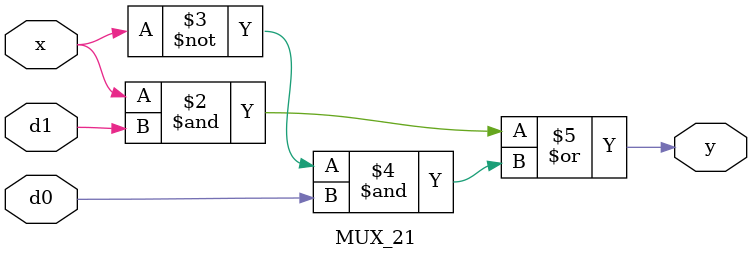
<source format=v>
module MUX_21(
	input wire d0,d1,x,
	output reg y
);
always @ (*) begin
	y = (x&d1)|(~x&d0);
end
endmodule

</source>
